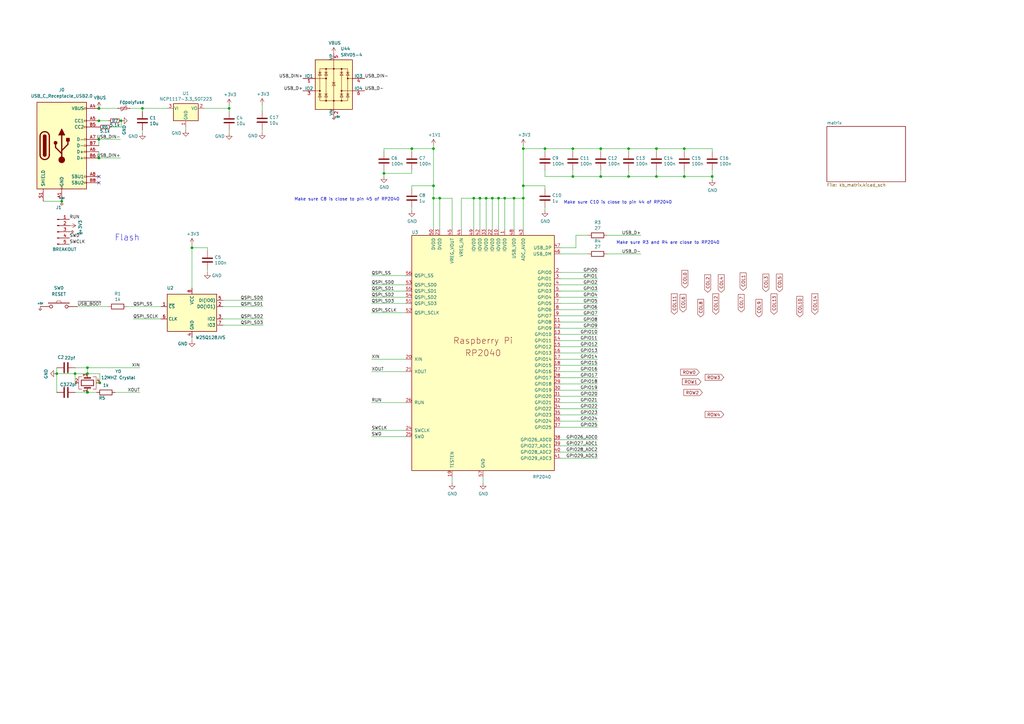
<source format=kicad_sch>
(kicad_sch (version 20211123) (generator eeschema)
  (paper "A3")
  (title_block (title "Rp2040 __template__") (date "2020-12-18") (rev "REV 0.1") (company "scattered_lenity"))
  (lib_symbols
    (symbol "Connector:Conn_01x05_Male" (pin_names (offset 1.016) hide)
      (property "Reference" "J" (at 0 7.62 0))
      (property "Value" "Conn_01x05_Male" (at 0 -7.62 0))
      (symbol "Conn_01x05_Male_1_1"
        (polyline (pts (xy 1.27 -5.08) (xy 0.8636 -5.08)) (stroke (width 0.1524)))
        (polyline (pts (xy 1.27 -2.54) (xy 0.8636 -2.54)) (stroke (width 0.1524)))
        (polyline (pts (xy 1.27 0) (xy 0.8636 0)) (stroke (width 0.1524)))
        (polyline (pts (xy 1.27 2.54) (xy 0.8636 2.54)) (stroke (width 0.1524)))
        (polyline (pts (xy 1.27 5.08) (xy 0.8636 5.08)) (stroke (width 0.1524)))
        (rectangle (start 0.8636 -4.953) (end 0 -5.207) (stroke (width 0.1524)) (fill (type outline)))
        (rectangle (start 0.8636 -2.413) (end 0 -2.667) (stroke (width 0.1524)) (fill (type outline)))
        (rectangle (start 0.8636 0.127) (end 0 -0.127) (stroke (width 0.1524)) (fill (type outline)))
        (rectangle (start 0.8636 2.667) (end 0 2.413) (stroke (width 0.1524)) (fill (type outline)))
        (rectangle (start 0.8636 5.207) (end 0 4.953) (stroke (width 0.1524)) (fill (type outline)))
        (pin passive line (at 5.08 5.08 180) (length 3.81) (name "Pin_1") (number "1"))
        (pin passive line (at 5.08 2.54 180) (length 3.81) (name "Pin_2") (number "2"))
        (pin passive line (at 5.08 0 180) (length 3.81) (name "Pin_3") (number "3"))
        (pin passive line (at 5.08 -2.54 180) (length 3.81) (name "Pin_4") (number "4"))
        (pin passive line (at 5.08 -5.08 180) (length 3.81) (name "Pin_5") (number "5"))
      )
    )
    (symbol "Connector:USB_C_Receptacle_USB2.0" (pin_names (offset 1.016))
      (property "Reference" "J" (at -10.16 19.05 0))
      (property "Value" "USB_C_Receptacle_USB2.0" (at 19.05 19.05 0))
      (symbol "USB_C_Receptacle_USB2.0_0_0"
        (rectangle (start -0.254 -17.78) (end 0.254 -16.764))
        (rectangle (start 10.16 -14.986) (end 9.144 -15.494))
        (rectangle (start 10.16 -12.446) (end 9.144 -12.954))
        (rectangle (start 10.16 -4.826) (end 9.144 -5.334))
        (rectangle (start 10.16 -2.286) (end 9.144 -2.794))
        (rectangle (start 10.16 0.254) (end 9.144 -0.254))
        (rectangle (start 10.16 2.794) (end 9.144 2.286))
        (rectangle (start 10.16 7.874) (end 9.144 7.366))
        (rectangle (start 10.16 10.414) (end 9.144 9.906))
        (rectangle (start 10.16 15.494) (end 9.144 14.986))
      )
      (symbol "USB_C_Receptacle_USB2.0_0_1"
        (rectangle (start -10.16 17.78) (end 10.16 -17.78) (stroke (width 0.254)) (fill (type background)))
        (arc (start -8.89 -3.81) (mid -6.985 -5.715) (end -5.08 -3.81) (stroke (width 0.508)))
        (arc (start -7.62 -3.81) (mid -6.985 -4.445) (end -6.35 -3.81) (stroke (width 0.254)))
        (arc (start -7.62 -3.81) (mid -6.985 -4.445) (end -6.35 -3.81) (stroke (width 0.254)) (fill (type outline)))
        (rectangle (start -7.62 -3.81) (end -6.35 3.81) (stroke (width 0.254)) (fill (type outline)))
        (arc (start -6.35 3.81) (mid -6.985 4.445) (end -7.62 3.81) (stroke (width 0.254)))
        (arc (start -6.35 3.81) (mid -6.985 4.445) (end -7.62 3.81) (stroke (width 0.254)) (fill (type outline)))
        (arc (start -5.08 3.81) (mid -6.985 5.715) (end -8.89 3.81) (stroke (width 0.508)))
        (circle (center -2.54 1.143) (radius 0.635) (stroke (width 0.254)) (fill (type outline)))
        (circle (center 0 -5.842) (radius 1.27) (fill (type outline)))
        (polyline (pts (xy -8.89 -3.81) (xy -8.89 3.81)) (stroke (width 0.508)))
        (polyline (pts (xy -5.08 3.81) (xy -5.08 -3.81)) (stroke (width 0.508)))
        (polyline (pts (xy 0 -5.842) (xy 0 4.318)) (stroke (width 0.508)))
        (polyline (pts (xy 0 -3.302) (xy -2.54 -0.762) (xy -2.54 0.508)) (stroke (width 0.508)))
        (polyline (pts (xy 0 -2.032) (xy 2.54 0.508) (xy 2.54 1.778)) (stroke (width 0.508)))
        (polyline (pts (xy -1.27 4.318) (xy 0 6.858) (xy 1.27 4.318) (xy -1.27 4.318)) (stroke (width 0.254)) (fill (type outline)))
        (rectangle (start 1.905 1.778) (end 3.175 3.048) (stroke (width 0.254)) (fill (type outline)))
      )
      (symbol "USB_C_Receptacle_USB2.0_1_1"
        (pin passive line (at 0 -22.86 90) (length 5.08) (name "GND") (number "A1"))
        (pin passive line (at 0 -22.86 90) (length 5.08) hide (name "GND") (number "A12"))
        (pin passive line (at 15.24 15.24 180) (length 5.08) (name "VBUS") (number "A4"))
        (pin bidirectional line (at 15.24 10.16 180) (length 5.08) (name "CC1") (number "A5"))
        (pin bidirectional line (at 15.24 -2.54 180) (length 5.08) (name "D+") (number "A6"))
        (pin bidirectional line (at 15.24 2.54 180) (length 5.08) (name "D-") (number "A7"))
        (pin bidirectional line (at 15.24 -12.7 180) (length 5.08) (name "SBU1") (number "A8"))
        (pin passive line (at 15.24 15.24 180) (length 5.08) hide (name "VBUS") (number "A9"))
        (pin passive line (at 0 -22.86 90) (length 5.08) hide (name "GND") (number "B1"))
        (pin passive line (at 0 -22.86 90) (length 5.08) hide (name "GND") (number "B12"))
        (pin passive line (at 15.24 15.24 180) (length 5.08) hide (name "VBUS") (number "B4"))
        (pin bidirectional line (at 15.24 7.62 180) (length 5.08) (name "CC2") (number "B5"))
        (pin bidirectional line (at 15.24 -5.08 180) (length 5.08) (name "D+") (number "B6"))
        (pin bidirectional line (at 15.24 0 180) (length 5.08) (name "D-") (number "B7"))
        (pin bidirectional line (at 15.24 -15.24 180) (length 5.08) (name "SBU2") (number "B8"))
        (pin passive line (at 15.24 15.24 180) (length 5.08) hide (name "VBUS") (number "B9"))
        (pin passive line (at -7.62 -22.86 90) (length 5.08) (name "SHIELD") (number "S1"))
      )
    )
    (symbol "Device:C" (pin_numbers hide) (pin_names (offset 0.254))
      (property "Reference" "C" (at 0.635 2.54 0))
      (property "Value" "C" (at 0.635 -2.54 0))
      (symbol "C_0_1"
        (polyline (pts (xy -2.032 -0.762) (xy 2.032 -0.762)) (stroke (width 0.508)))
        (polyline (pts (xy -2.032 0.762) (xy 2.032 0.762)) (stroke (width 0.508)))
      )
      (symbol "C_1_1"
        (pin passive line (at 0 3.81 270) (length 2.794) (name "~") (number "1"))
        (pin passive line (at 0 -3.81 90) (length 2.794) (name "~") (number "2"))
      )
    )
    (symbol "Device:Crystal_GND24" (pin_names (offset 1.016) hide)
      (property "Reference" "Y" (at 3.175 5.08 0))
      (property "Value" "Crystal_GND24" (at 3.175 3.175 0))
      (symbol "Crystal_GND24_0_1"
        (rectangle (start -1.143 2.54) (end 1.143 -2.54) (stroke (width 0.3048)))
        (polyline (pts (xy -2.54 0) (xy -2.032 0)))
        (polyline (pts (xy -2.032 -1.27) (xy -2.032 1.27)) (stroke (width 0.508)))
        (polyline (pts (xy 0 -3.81) (xy 0 -3.556)))
        (polyline (pts (xy 0 3.556) (xy 0 3.81)))
        (polyline (pts (xy 2.032 -1.27) (xy 2.032 1.27)) (stroke (width 0.508)))
        (polyline (pts (xy 2.032 0) (xy 2.54 0)))
        (polyline (pts (xy -2.54 -2.286) (xy -2.54 -3.556) (xy 2.54 -3.556) (xy 2.54 -2.286)))
        (polyline (pts (xy -2.54 2.286) (xy -2.54 3.556) (xy 2.54 3.556) (xy 2.54 2.286)))
      )
      (symbol "Crystal_GND24_1_1"
        (pin passive line (at -3.81 0 0) (length 1.27) (name "1") (number "1"))
        (pin passive line (at 0 5.08 270) (length 1.27) (name "2") (number "2"))
        (pin passive line (at 3.81 0 180) (length 1.27) (name "3") (number "3"))
        (pin passive line (at 0 -5.08 90) (length 1.27) (name "4") (number "4"))
      )
    )
    (symbol "Device:Polyfuse_Small" (pin_numbers hide) (pin_names (offset 0))
      (property "Reference" "F" (at -1.905 0 90))
      (property "Value" "Polyfuse_Small" (at 1.905 0 90))
      (symbol "Polyfuse_Small_0_1"
        (rectangle (start -0.508 1.27) (end 0.508 -1.27))
        (polyline (pts (xy 0 2.54) (xy 0 -2.54)))
        (polyline (pts (xy -1.016 1.27) (xy -1.016 0.762) (xy 1.016 -0.762) (xy 1.016 -1.27)))
      )
      (symbol "Polyfuse_Small_1_1"
        (pin passive line (at 0 2.54 270) (length 0.635) (name "~") (number "1"))
        (pin passive line (at 0 -2.54 90) (length 0.635) (name "~") (number "2"))
      )
    )
    (symbol "Device:R" (pin_numbers hide) (pin_names (offset 0))
      (property "Reference" "R" (at 2.032 0 90))
      (property "Value" "R" (at 0 0 90))
      (symbol "R_0_1"
        (rectangle (start -1.016 -2.54) (end 1.016 2.54) (stroke (width 0.254)))
      )
      (symbol "R_1_1"
        (pin passive line (at 0 3.81 270) (length 1.27) (name "~") (number "1"))
        (pin passive line (at 0 -3.81 90) (length 1.27) (name "~") (number "2"))
      )
    )
    (symbol "Device:R_Small" (pin_numbers hide) (pin_names (offset 0.254) hide)
      (property "Reference" "R" (at 0.762 0.508 0))
      (property "Value" "R_Small" (at 0.762 -1.016 0))
      (symbol "R_Small_0_1"
        (rectangle (start -0.762 1.778) (end 0.762 -1.778) (stroke (width 0.2032)))
      )
      (symbol "R_Small_1_1"
        (pin passive line (at 0 2.54 270) (length 0.762) (name "~") (number "1"))
        (pin passive line (at 0 -2.54 90) (length 0.762) (name "~") (number "2"))
      )
    )
    (symbol "MCU_RaspberryPi_RP2040:RP2040" (pin_names (offset 1.016))
      (property "Reference" "U" (at -29.21 49.53 0))
      (property "Value" "RP2040" (at 24.13 -49.53 0))
      (symbol "RP2040_0_0"
        (text "Raspberry Pi" (at 0 5.08 0) (effects (font (size 2.54 2.54))))
        (text "RP2040" (at 0 0 0) (effects (font (size 2.54 2.54))))
      )
      (symbol "RP2040_0_1"
        (rectangle (start 29.21 48.26) (end -29.21 -48.26) (stroke (width 0.254)) (fill (type background)))
      )
      (symbol "RP2040_1_1"
        (pin power_in line (at 8.89 50.8 270) (length 2.54) (name "IOVDD") (number "1"))
        (pin power_in line (at 6.35 50.8 270) (length 2.54) (name "IOVDD") (number "10"))
        (pin bidirectional line (at 31.75 12.7 180) (length 2.54) (name "GPIO8") (number "11"))
        (pin bidirectional line (at 31.75 10.16 180) (length 2.54) (name "GPIO9") (number "12"))
        (pin bidirectional line (at 31.75 7.62 180) (length 2.54) (name "GPIO10") (number "13"))
        (pin bidirectional line (at 31.75 5.08 180) (length 2.54) (name "GPIO11") (number "14"))
        (pin bidirectional line (at 31.75 2.54 180) (length 2.54) (name "GPIO12") (number "15"))
        (pin bidirectional line (at 31.75 0 180) (length 2.54) (name "GPIO13") (number "16"))
        (pin bidirectional line (at 31.75 -2.54 180) (length 2.54) (name "GPIO14") (number "17"))
        (pin bidirectional line (at 31.75 -5.08 180) (length 2.54) (name "GPIO15") (number "18"))
        (pin passive line (at -12.7 -50.8 90) (length 2.54) (name "TESTEN") (number "19"))
        (pin bidirectional line (at 31.75 33.02 180) (length 2.54) (name "GPIO0") (number "2"))
        (pin input line (at -31.75 -2.54 0) (length 2.54) (name "XIN") (number "20"))
        (pin passive line (at -31.75 -7.62 0) (length 2.54) (name "XOUT") (number "21"))
        (pin power_in line (at 3.81 50.8 270) (length 2.54) (name "IOVDD") (number "22"))
        (pin power_in line (at -17.78 50.8 270) (length 2.54) (name "DVDD") (number "23"))
        (pin output line (at -31.75 -31.75 0) (length 2.54) (name "SWCLK") (number "24"))
        (pin bidirectional line (at -31.75 -34.29 0) (length 2.54) (name "SWD") (number "25"))
        (pin input line (at -31.75 -20.32 0) (length 2.54) (name "RUN") (number "26"))
        (pin bidirectional line (at 31.75 -7.62 180) (length 2.54) (name "GPIO16") (number "27"))
        (pin bidirectional line (at 31.75 -10.16 180) (length 2.54) (name "GPIO17") (number "28"))
        (pin bidirectional line (at 31.75 -12.7 180) (length 2.54) (name "GPIO18") (number "29"))
        (pin bidirectional line (at 31.75 30.48 180) (length 2.54) (name "GPIO1") (number "3"))
        (pin bidirectional line (at 31.75 -15.24 180) (length 2.54) (name "GPIO19") (number "30"))
        (pin bidirectional line (at 31.75 -17.78 180) (length 2.54) (name "GPIO20") (number "31"))
        (pin bidirectional line (at 31.75 -20.32 180) (length 2.54) (name "GPIO21") (number "32"))
        (pin power_in line (at 1.27 50.8 270) (length 2.54) (name "IOVDD") (number "33"))
        (pin bidirectional line (at 31.75 -22.86 180) (length 2.54) (name "GPIO22") (number "34"))
        (pin bidirectional line (at 31.75 -25.4 180) (length 2.54) (name "GPIO23") (number "35"))
        (pin bidirectional line (at 31.75 -27.94 180) (length 2.54) (name "GPIO24") (number "36"))
        (pin bidirectional line (at 31.75 -30.48 180) (length 2.54) (name "GPIO25") (number "37"))
        (pin bidirectional line (at 31.75 -35.56 180) (length 2.54) (name "GPIO26_ADC0") (number "38"))
        (pin bidirectional line (at 31.75 -38.1 180) (length 2.54) (name "GPIO27_ADC1") (number "39"))
        (pin bidirectional line (at 31.75 27.94 180) (length 2.54) (name "GPIO2") (number "4"))
        (pin bidirectional line (at 31.75 -40.64 180) (length 2.54) (name "GPIO28_ADC2") (number "40"))
        (pin bidirectional line (at 31.75 -43.18 180) (length 2.54) (name "GPIO29_ADC3") (number "41"))
        (pin power_in line (at -1.27 50.8 270) (length 2.54) (name "IOVDD") (number "42"))
        (pin power_in line (at 16.51 50.8 270) (length 2.54) (name "ADC_AVDD") (number "43"))
        (pin power_in line (at -8.89 50.8 270) (length 2.54) (name "VREG_IN") (number "44"))
        (pin power_out line (at -12.7 50.8 270) (length 2.54) (name "VREG_VOUT") (number "45"))
        (pin bidirectional line (at 31.75 40.64 180) (length 2.54) (name "USB_DM") (number "46"))
        (pin bidirectional line (at 31.75 43.18 180) (length 2.54) (name "USB_DP") (number "47"))
        (pin power_in line (at 12.7 50.8 270) (length 2.54) (name "USB_VDD") (number "48"))
        (pin power_in line (at -3.81 50.8 270) (length 2.54) (name "IOVDD") (number "49"))
        (pin bidirectional line (at 31.75 25.4 180) (length 2.54) (name "GPIO3") (number "5"))
        (pin power_in line (at -20.32 50.8 270) (length 2.54) (name "DVDD") (number "50"))
        (pin bidirectional line (at -31.75 20.32 0) (length 2.54) (name "QSPI_SD3") (number "51"))
        (pin output line (at -31.75 16.51 0) (length 2.54) (name "QSPI_SCLK") (number "52"))
        (pin bidirectional line (at -31.75 27.94 0) (length 2.54) (name "QSPI_SD0") (number "53"))
        (pin bidirectional line (at -31.75 22.86 0) (length 2.54) (name "QSPI_SD2") (number "54"))
        (pin bidirectional line (at -31.75 25.4 0) (length 2.54) (name "QSPI_SD1") (number "55"))
        (pin bidirectional line (at -31.75 31.75 0) (length 2.54) (name "QSPI_SS") (number "56"))
        (pin power_in line (at 0 -50.8 90) (length 2.54) (name "GND") (number "57"))
        (pin bidirectional line (at 31.75 22.86 180) (length 2.54) (name "GPIO4") (number "6"))
        (pin bidirectional line (at 31.75 20.32 180) (length 2.54) (name "GPIO5") (number "7"))
        (pin bidirectional line (at 31.75 17.78 180) (length 2.54) (name "GPIO6") (number "8"))
        (pin bidirectional line (at 31.75 15.24 180) (length 2.54) (name "GPIO7") (number "9"))
      )
    )
    (symbol "Memory_Flash:W25Q128JVS"
      (property "Reference" "U" (at -8.89 8.89 0))
      (property "Value" "W25Q128JVS" (at 7.62 8.89 0))
      (symbol "W25Q128JVS_0_1"
        (rectangle (start -10.16 7.62) (end 10.16 -7.62) (stroke (width 0.254)) (fill (type background)))
      )
      (symbol "W25Q128JVS_1_1"
        (pin input line (at -12.7 2.54 0) (length 2.54) (name "~{CS}") (number "1"))
        (pin bidirectional line (at 12.7 2.54 180) (length 2.54) (name "DO(IO1)") (number "2"))
        (pin bidirectional line (at 12.7 -2.54 180) (length 2.54) (name "IO2") (number "3"))
        (pin power_in line (at 0 -10.16 90) (length 2.54) (name "GND") (number "4"))
        (pin bidirectional line (at 12.7 5.08 180) (length 2.54) (name "DI(IO0)") (number "5"))
        (pin input line (at -12.7 -2.54 0) (length 2.54) (name "CLK") (number "6"))
        (pin bidirectional line (at 12.7 -5.08 180) (length 2.54) (name "IO3") (number "7"))
        (pin power_in line (at 0 10.16 270) (length 2.54) (name "VCC") (number "8"))
      )
    )
    (symbol "Power_Protection:SRV05-4" (pin_names (offset 0))
      (property "Reference" "U" (at -5.08 11.43 0))
      (property "Value" "SRV05-4" (at 2.54 11.43 0))
      (symbol "SRV05-4_0_0"
        (rectangle (start -5.715 6.477) (end 5.715 -6.604))
        (polyline (pts (xy -3.175 -6.604) (xy -3.175 6.477)))
        (polyline (pts (xy 3.175 6.477) (xy 3.175 -6.604)))
      )
      (symbol "SRV05-4_0_1"
        (rectangle (start -7.62 10.16) (end 7.62 -10.16) (stroke (width 0.254)) (fill (type background)))
        (circle (center -5.715 -2.54) (radius 0.2794) (fill (type outline)))
        (circle (center -3.175 -6.604) (radius 0.2794) (fill (type outline)))
        (circle (center -3.175 2.54) (radius 0.2794) (fill (type outline)))
        (circle (center -3.175 6.477) (radius 0.2794) (fill (type outline)))
        (circle (center 0 -6.604) (radius 0.2794) (fill (type outline)))
        (polyline (pts (xy -7.747 2.54) (xy -3.175 2.54)))
        (polyline (pts (xy -7.62 -2.54) (xy -5.715 -2.54)))
        (polyline (pts (xy -5.08 -3.81) (xy -6.35 -3.81)))
        (polyline (pts (xy -5.08 5.08) (xy -6.35 5.08)))
        (polyline (pts (xy -2.54 -3.81) (xy -3.81 -3.81)))
        (polyline (pts (xy -2.54 5.08) (xy -3.81 5.08)))
        (polyline (pts (xy 0 10.16) (xy 0 -10.16)))
        (polyline (pts (xy 3.81 -3.81) (xy 2.54 -3.81)))
        (polyline (pts (xy 3.81 5.08) (xy 2.54 5.08)))
        (polyline (pts (xy 6.35 -3.81) (xy 5.08 -3.81)))
        (polyline (pts (xy 6.35 5.08) (xy 5.08 5.08)))
        (polyline (pts (xy 7.62 -2.54) (xy 3.175 -2.54)))
        (polyline (pts (xy 7.62 2.54) (xy 5.715 2.54)))
        (polyline (pts (xy 0.635 0.889) (xy -0.635 0.889) (xy -0.635 0.635)))
        (polyline (pts (xy -5.08 -5.08) (xy -6.35 -5.08) (xy -5.715 -3.81) (xy -5.08 -5.08)))
        (polyline (pts (xy -5.08 3.81) (xy -6.35 3.81) (xy -5.715 5.08) (xy -5.08 3.81)))
        (polyline (pts (xy -2.54 -5.08) (xy -3.81 -5.08) (xy -3.175 -3.81) (xy -2.54 -5.08)))
        (polyline (pts (xy -2.54 3.81) (xy -3.81 3.81) (xy -3.175 5.08) (xy -2.54 3.81)))
        (polyline (pts (xy 0.635 -0.381) (xy -0.635 -0.381) (xy 0 0.889) (xy 0.635 -0.381)))
        (polyline (pts (xy 3.81 -5.08) (xy 2.54 -5.08) (xy 3.175 -3.81) (xy 3.81 -5.08)))
        (polyline (pts (xy 3.81 3.81) (xy 2.54 3.81) (xy 3.175 5.08) (xy 3.81 3.81)))
        (polyline (pts (xy 6.35 -5.08) (xy 5.08 -5.08) (xy 5.715 -3.81) (xy 6.35 -5.08)))
        (polyline (pts (xy 6.35 3.81) (xy 5.08 3.81) (xy 5.715 5.08) (xy 6.35 3.81)))
        (circle (center 0 6.477) (radius 0.2794) (fill (type outline)))
        (circle (center 3.175 -6.604) (radius 0.2794) (fill (type outline)))
        (circle (center 3.175 -2.54) (radius 0.2794) (fill (type outline)))
        (circle (center 3.175 6.477) (radius 0.2794) (fill (type outline)))
        (circle (center 5.715 2.54) (radius 0.2794) (fill (type outline)))
      )
      (symbol "SRV05-4_1_1"
        (pin passive line (at -12.7 2.54 0) (length 5.08) (name "IO1") (number "1"))
        (pin passive line (at 0 -12.7 90) (length 2.54) (name "VN") (number "2"))
        (pin passive line (at -12.7 -2.54 0) (length 5.08) (name "IO2") (number "3"))
        (pin passive line (at 12.7 2.54 180) (length 5.08) (name "IO3") (number "4"))
        (pin passive line (at 0 12.7 270) (length 2.54) (name "VP") (number "5"))
        (pin passive line (at 12.7 -2.54 180) (length 5.08) (name "IO4") (number "6"))
      )
    )
    (symbol "Regulator_Linear:NCP1117-3.3_SOT223" (pin_names (offset 0.254))
      (property "Reference" "U" (at -3.81 3.175 0))
      (property "Value" "NCP1117-3.3_SOT223" (at 0 3.175 0))
      (symbol "NCP1117-3.3_SOT223_0_1"
        (rectangle (start -5.08 -5.08) (end 5.08 1.905) (stroke (width 0.254)) (fill (type background)))
      )
      (symbol "NCP1117-3.3_SOT223_1_1"
        (pin power_in line (at 0 -7.62 90) (length 2.54) (name "GND") (number "1"))
        (pin power_out line (at 7.62 0 180) (length 2.54) (name "VO") (number "2"))
        (pin power_in line (at -7.62 0 0) (length 2.54) (name "VI") (number "3"))
      )
    )
    (symbol "cipulot_parts:SW_PUSH" (pin_numbers hide) (pin_names (offset 1.016) hide)
      (property "Reference" "SW" (at 3.81 2.794 0))
      (property "Value" "SW_PUSH" (at 0 -2.032 0))
      (symbol "SW_PUSH_0_1"
        (rectangle (start -4.318 1.27) (end 4.318 1.524))
        (polyline (pts (xy -1.016 1.524) (xy -0.762 2.286) (xy 0.762 2.286) (xy 1.016 1.524)))
        (pin passive inverted (at -7.62 0 0) (length 5.08) (name "1") (number "1"))
        (pin passive inverted (at 7.62 0 180) (length 5.08) (name "2") (number "2"))
      )
    )
    (symbol "keyboard_parts:GND" (power) (pin_names (offset 0))
      (property "Value" "GND" (at 0 -2.54 0))
      (symbol "GND_0_0"
        (pin power_in line (at 0 0 90) (length 0) hide (name "+5V") (number "1"))
      )
      (symbol "GND_0_1"
        (polyline (pts (xy 0 -1.651) (xy 0.635 -1.016) (xy -0.635 -1.016) (xy 0 -1.651)))
      )
      (symbol "GND_1_1"
        (polyline (pts (xy 0 0) (xy 0 -1.016) (xy 0 -1.016)))
      )
    )
    (symbol "power:+1V1" (power) (pin_names (offset 0))
      (property "Value" "+1V1" (at 0 3.556 0))
      (symbol "+1V1_0_1"
        (polyline (pts (xy -0.762 1.27) (xy 0 2.54)))
        (polyline (pts (xy 0 0) (xy 0 2.54)))
        (polyline (pts (xy 0 2.54) (xy 0.762 1.27)))
      )
      (symbol "+1V1_1_1"
        (pin power_in line (at 0 0 90) (length 0) hide (name "+1V1") (number "1"))
      )
    )
    (symbol "power:+3V3" (power) (pin_names (offset 0))
      (property "Value" "+3V3" (at 0 3.556 0))
      (symbol "+3V3_0_1"
        (polyline (pts (xy -0.762 1.27) (xy 0 2.54)))
        (polyline (pts (xy 0 0) (xy 0 2.54)))
        (polyline (pts (xy 0 2.54) (xy 0.762 1.27)))
      )
      (symbol "+3V3_1_1"
        (pin power_in line (at 0 0 90) (length 0) hide (name "+3V3") (number "1"))
      )
    )
    (symbol "power:GND" (power) (pin_names (offset 0))
      (property "Value" "GND" (at 0 -3.81 0))
      (symbol "GND_0_1"
        (polyline (pts (xy 0 0) (xy 0 -1.27) (xy 1.27 -1.27) (xy 0 -2.54) (xy -1.27 -1.27) (xy 0 -1.27)))
      )
      (symbol "GND_1_1"
        (pin power_in line (at 0 0 270) (length 0) hide (name "GND") (number "1"))
      )
    )
    (symbol "power:VBUS" (power) (pin_names (offset 0))
      (property "Value" "VBUS" (at 0 3.81 0))
      (symbol "VBUS_0_1"
        (polyline (pts (xy -0.762 1.27) (xy 0 2.54)))
        (polyline (pts (xy 0 0) (xy 0 2.54)))
        (polyline (pts (xy 0 2.54) (xy 0.762 1.27)))
      )
      (symbol "VBUS_1_1"
        (pin power_in line (at 0 0 90) (length 0) hide (name "VBUS") (number "1"))
      )
    )
  )
  (junction (at 214.63 76.2))
  (junction (at 25.3238 82.5754))
  (junction (at 40.5892 44.4754))
  (junction (at 246.38 72.39))
  (junction (at 194.31 81.28))
  (junction (at 196.85 81.28))
  (junction (at 40.5638 57.1754))
  (junction (at 78.74 101.6))
  (junction (at 199.39 81.28))
  (junction (at 23.2664 153.2382))
  (junction (at 35.8648 150.7998))
  (junction (at 49.657 49.5046))
  (junction (at 40.5638 49.5554))
  (junction (at 210.82 81.28))
  (junction (at 280.67 72.39))
  (junction (at 40.5638 64.7954))
  (junction (at 40.9448 157.0482))
  (junction (at 246.38 60.96))
  (junction (at 201.93 81.28))
  (junction (at 177.8 60.96))
  (junction (at 292.1 72.39))
  (junction (at 177.8 81.28))
  (junction (at 168.91 60.96))
  (junction (at 30.7848 153.2382))
  (junction (at 257.81 60.96))
  (junction (at 157.48 71.12))
  (junction (at 269.24 72.39))
  (junction (at 35.8648 160.9598))
  (junction (at 180.34 81.28))
  (junction (at 40.5638 44.4754))
  (junction (at 207.01 81.28))
  (junction (at 35.8648 153.2382))
  (junction (at 214.63 81.28))
  (junction (at 177.8 76.2))
  (junction (at 269.24 60.96))
  (junction (at 214.63 60.96))
  (junction (at 58.42 44.45))
  (junction (at 280.67 60.96))
  (junction (at 35.8648 160.8582))
  (junction (at 257.81 72.39))
  (junction (at 93.98 44.45))
  (junction (at 223.52 60.96))
  (junction (at 234.95 72.39))
  (junction (at 204.47 81.28))
  (junction (at 234.95 60.96))
  (no_connect (at 40.5638 74.9554))
  (no_connect (at 40.5638 72.4154))
  (wire (pts (xy 166.37 176.53) (xy 152.4 176.53)))
  (wire (pts (xy 152.4 121.92) (xy 166.37 121.92)))
  (wire (pts (xy 229.87 139.7) (xy 245.11 139.7)))
  (wire (pts (xy 229.87 119.38) (xy 245.11 119.38)))
  (wire (pts (xy 207.01 81.28) (xy 210.82 81.28)))
  (wire (pts (xy 234.95 62.23) (xy 234.95 60.96)))
  (wire (pts (xy 85.09 101.6) (xy 78.74 101.6)))
  (wire (pts (xy 229.87 114.3) (xy 245.11 114.3)))
  (wire (pts (xy 30.8864 160.9598) (xy 35.8648 160.9598)))
  (wire (pts (xy 280.67 60.96) (xy 292.1 60.96)))
  (wire (pts (xy 83.82 44.45) (xy 93.98 44.45)))
  (wire (pts (xy 280.67 72.39) (xy 269.24 72.39)))
  (wire (pts (xy 185.42 81.28) (xy 180.34 81.28)))
  (wire (pts (xy 152.4 116.84) (xy 166.37 116.84)))
  (wire (pts (xy 91.44 130.81) (xy 107.95 130.81)))
  (wire (pts (xy 40.513 64.7954) (xy 40.5638 64.7954)))
  (wire (pts (xy 152.4 119.38) (xy 166.37 119.38)))
  (wire (pts (xy 292.1 69.85) (xy 292.1 72.39)))
  (wire (pts (xy 280.67 69.85) (xy 280.67 72.39)))
  (wire (pts (xy 78.74 100.33) (xy 78.74 101.6)))
  (wire (pts (xy 204.47 93.98) (xy 204.47 81.28)))
  (wire (pts (xy 201.93 81.28) (xy 204.47 81.28)))
  (wire (pts (xy 168.91 77.47) (xy 168.91 76.2)))
  (wire (pts (xy 40.5384 57.1754) (xy 40.5638 57.1754)))
  (wire (pts (xy 49.6824 49.5046) (xy 49.657 49.5046)))
  (wire (pts (xy 68.58 44.45) (xy 58.42 44.45)))
  (wire (pts (xy 177.8 59.69) (xy 177.8 60.96)))
  (wire (pts (xy 185.42 195.58) (xy 185.42 198.12)))
  (wire (pts (xy 229.87 142.24) (xy 245.11 142.24)))
  (wire (pts (xy 223.52 69.85) (xy 223.52 72.39)))
  (wire (pts (xy 229.87 180.34) (xy 245.11 180.34)))
  (wire (pts (xy 23.2664 150.7998) (xy 23.2664 153.2382)))
  (wire (pts (xy 180.34 93.98) (xy 180.34 81.28)))
  (wire (pts (xy 229.87 187.96) (xy 245.11 187.96)))
  (wire (pts (xy 229.87 132.08) (xy 245.11 132.08)))
  (wire (pts (xy 40.5638 49.5046) (xy 40.5638 49.5554)))
  (wire (pts (xy 214.63 76.2) (xy 223.52 76.2)))
  (wire (pts (xy 40.9448 157.0482) (xy 40.9702 157.0482)))
  (wire (pts (xy 44.45 125.73) (xy 31.75 125.73)))
  (wire (pts (xy 214.63 59.69) (xy 214.63 60.96)))
  (wire (pts (xy 269.24 69.85) (xy 269.24 72.39)))
  (wire (pts (xy 35.8648 160.8582) (xy 35.8648 160.9598)))
  (wire (pts (xy 40.5638 62.2554) (xy 40.5638 64.7954)))
  (wire (pts (xy 198.12 195.58) (xy 198.12 198.12)))
  (wire (pts (xy 229.87 101.6) (xy 236.22 101.6)))
  (wire (pts (xy 229.87 127) (xy 245.11 127)))
  (wire (pts (xy 107.5182 53.1368) (xy 107.5182 54.4068)))
  (wire (pts (xy 223.52 60.96) (xy 234.95 60.96)))
  (wire (pts (xy 229.87 162.56) (xy 245.11 162.56)))
  (wire (pts (xy 229.87 129.54) (xy 245.11 129.54)))
  (wire (pts (xy 229.87 182.88) (xy 245.11 182.88)))
  (wire (pts (xy 30.7848 153.2382) (xy 35.8648 153.2382)))
  (wire (pts (xy 91.44 125.73) (xy 107.95 125.73)))
  (wire (pts (xy 229.87 104.14) (xy 241.3 104.14)))
  (wire (pts (xy 229.87 185.42) (xy 245.11 185.42)))
  (wire (pts (xy 214.63 81.28) (xy 214.63 93.98)))
  (wire (pts (xy 30.7848 157.0482) (xy 30.7848 153.2382)))
  (wire (pts (xy 85.09 110.49) (xy 85.09 111.76)))
  (wire (pts (xy 35.8648 150.7998) (xy 57.404 150.7998)))
  (wire (pts (xy 45.6438 52.0954) (xy 49.6824 52.0954)))
  (wire (pts (xy 185.42 93.98) (xy 185.42 81.28)))
  (wire (pts (xy 269.24 62.23) (xy 269.24 60.96)))
  (wire (pts (xy 229.87 152.4) (xy 245.11 152.4)))
  (wire (pts (xy 234.95 69.85) (xy 234.95 72.39)))
  (wire (pts (xy 269.24 60.96) (xy 280.67 60.96)))
  (wire (pts (xy 78.74 101.6) (xy 78.74 118.11)))
  (wire (pts (xy 168.91 60.96) (xy 177.8 60.96)))
  (wire (pts (xy 157.48 60.96) (xy 168.91 60.96)))
  (wire (pts (xy 246.38 72.39) (xy 234.95 72.39)))
  (wire (pts (xy 229.87 160.02) (xy 245.11 160.02)))
  (wire (pts (xy 292.1 62.23) (xy 292.1 60.96)))
  (wire (pts (xy 234.95 60.96) (xy 246.38 60.96)))
  (wire (pts (xy 177.8 81.28) (xy 177.8 93.98)))
  (wire (pts (xy 194.31 93.98) (xy 194.31 81.28)))
  (wire (pts (xy 229.87 167.64) (xy 245.11 167.64)))
  (wire (pts (xy 35.8648 153.2382) (xy 40.9702 153.2382)))
  (wire (pts (xy 207.01 81.28) (xy 207.01 93.98)))
  (wire (pts (xy 85.09 102.87) (xy 85.09 101.6)))
  (wire (pts (xy 166.37 179.07) (xy 152.4 179.07)))
  (wire (pts (xy 76.2 52.07) (xy 76.2 53.34)))
  (wire (pts (xy 196.85 81.28) (xy 199.39 81.28)))
  (wire (pts (xy 229.87 121.92) (xy 245.11 121.92)))
  (wire (pts (xy 17.7038 82.5754) (xy 25.3238 82.5754)))
  (wire (pts (xy 47.244 160.9598) (xy 57.404 160.9598)))
  (wire (pts (xy 40.5638 57.1754) (xy 49.4284 57.1754)))
  (wire (pts (xy 280.67 62.23) (xy 280.67 60.96)))
  (wire (pts (xy 229.87 116.84) (xy 245.11 116.84)))
  (wire (pts (xy 35.8648 160.9598) (xy 39.624 160.9598)))
  (wire (pts (xy 54.61 130.81) (xy 66.04 130.81)))
  (wire (pts (xy 107.5182 42.9768) (xy 107.5182 45.5168)))
  (wire (pts (xy 223.52 62.23) (xy 223.52 60.96)))
  (wire (pts (xy 229.87 124.46) (xy 245.11 124.46)))
  (wire (pts (xy 168.91 71.12) (xy 168.91 69.85)))
  (wire (pts (xy 223.52 77.47) (xy 223.52 76.2)))
  (wire (pts (xy 236.22 96.52) (xy 236.22 101.6)))
  (wire (pts (xy 246.38 69.85) (xy 246.38 72.39)))
  (wire (pts (xy 40.64 44.45) (xy 48.26 44.45)))
  (wire (pts (xy 40.5638 57.1754) (xy 40.5638 59.7154)))
  (wire (pts (xy 257.81 60.96) (xy 269.24 60.96)))
  (wire (pts (xy 199.39 81.28) (xy 201.93 81.28)))
  (wire (pts (xy 229.87 172.72) (xy 245.11 172.72)))
  (wire (pts (xy 23.2664 153.2382) (xy 30.7848 153.2382)))
  (wire (pts (xy 214.63 76.2) (xy 214.63 81.28)))
  (wire (pts (xy 246.38 60.96) (xy 257.81 60.96)))
  (wire (pts (xy 166.37 152.4) (xy 152.4 152.4)))
  (wire (pts (xy 157.48 71.12) (xy 168.91 71.12)))
  (wire (pts (xy 40.9702 153.2382) (xy 40.9702 157.0482)))
  (wire (pts (xy 52.07 125.73) (xy 66.04 125.73)))
  (wire (pts (xy 257.81 62.23) (xy 257.81 60.96)))
  (wire (pts (xy 292.1 72.39) (xy 292.1 73.66)))
  (wire (pts (xy 246.38 62.23) (xy 246.38 60.96)))
  (wire (pts (xy 229.87 157.48) (xy 245.11 157.48)))
  (wire (pts (xy 269.24 72.39) (xy 257.81 72.39)))
  (wire (pts (xy 248.92 96.52) (xy 262.89 96.52)))
  (wire (pts (xy 44.577 49.5046) (xy 40.5638 49.5046)))
  (wire (pts (xy 93.98 44.45) (xy 93.98 43.18)))
  (wire (pts (xy 196.85 93.98) (xy 196.85 81.28)))
  (wire (pts (xy 93.98 53.34) (xy 93.98 54.61)))
  (wire (pts (xy 93.98 45.72) (xy 93.98 44.45)))
  (wire (pts (xy 58.42 45.72) (xy 58.42 44.45)))
  (wire (pts (xy 23.2664 153.2382) (xy 23.2664 160.9598)))
  (wire (pts (xy 157.48 62.23) (xy 157.48 60.96)))
  (wire (pts (xy 210.82 93.98) (xy 210.82 81.28)))
  (wire (pts (xy 177.8 76.2) (xy 177.8 81.28)))
  (wire (pts (xy 229.87 175.26) (xy 245.11 175.26)))
  (wire (pts (xy 91.44 133.35) (xy 107.95 133.35)))
  (wire (pts (xy 157.48 69.85) (xy 157.48 71.12)))
  (wire (pts (xy 78.74 138.43) (xy 78.74 139.7)))
  (wire (pts (xy 166.37 165.1) (xy 152.4 165.1)))
  (wire (pts (xy 280.67 72.39) (xy 292.1 72.39)))
  (wire (pts (xy 189.23 93.98) (xy 189.23 81.28)))
  (wire (pts (xy 53.34 44.45) (xy 58.42 44.45)))
  (wire (pts (xy 229.87 147.32) (xy 245.11 147.32)))
  (wire (pts (xy 229.87 134.62) (xy 245.11 134.62)))
  (wire (pts (xy 229.87 154.94) (xy 245.11 154.94)))
  (wire (pts (xy 201.93 93.98) (xy 201.93 81.28)))
  (wire (pts (xy 199.39 93.98) (xy 199.39 81.28)))
  (wire (pts (xy 214.63 60.96) (xy 214.63 76.2)))
  (wire (pts (xy 189.23 81.28) (xy 194.31 81.28)))
  (wire (pts (xy 229.87 144.78) (xy 245.11 144.78)))
  (wire (pts (xy 229.87 137.16) (xy 245.11 137.16)))
  (wire (pts (xy 168.91 85.09) (xy 168.91 86.36)))
  (wire (pts (xy 168.91 62.23) (xy 168.91 60.96)))
  (wire (pts (xy 49.6824 52.0954) (xy 49.6824 49.5046)))
  (wire (pts (xy 40.5638 64.7954) (xy 49.403 64.7954)))
  (wire (pts (xy 257.81 69.85) (xy 257.81 72.39)))
  (wire (pts (xy 152.4 124.46) (xy 166.37 124.46)))
  (wire (pts (xy 229.87 170.18) (xy 245.11 170.18)))
  (wire (pts (xy 229.87 165.1) (xy 245.11 165.1)))
  (wire (pts (xy 210.82 81.28) (xy 214.63 81.28)))
  (wire (pts (xy 157.48 71.12) (xy 157.48 72.39)))
  (wire (pts (xy 257.81 72.39) (xy 246.38 72.39)))
  (wire (pts (xy 35.8648 150.7998) (xy 35.8648 153.2382)))
  (wire (pts (xy 229.87 111.76) (xy 245.11 111.76)))
  (wire (pts (xy 214.63 60.96) (xy 223.52 60.96)))
  (wire (pts (xy 30.8864 150.7998) (xy 35.8648 150.7998)))
  (wire (pts (xy 168.91 76.2) (xy 177.8 76.2)))
  (wire (pts (xy 166.37 113.03) (xy 152.4 113.03)))
  (wire (pts (xy 152.4 147.32) (xy 166.37 147.32)))
  (wire (pts (xy 204.47 81.28) (xy 207.01 81.28)))
  (wire (pts (xy 177.8 60.96) (xy 177.8 76.2)))
  (wire (pts (xy 58.42 53.34) (xy 58.42 54.61)))
  (wire (pts (xy 234.95 72.39) (xy 223.52 72.39)))
  (wire (pts (xy 91.44 123.19) (xy 107.95 123.19)))
  (wire (pts (xy 166.37 128.27) (xy 152.4 128.27)))
  (wire (pts (xy 194.31 81.28) (xy 196.85 81.28)))
  (wire (pts (xy 229.87 149.86) (xy 245.11 149.86)))
  (wire (pts (xy 236.22 96.52) (xy 241.3 96.52)))
  (wire (pts (xy 223.52 85.09) (xy 223.52 86.36)))
  (wire (pts (xy 248.92 104.14) (xy 262.89 104.14)))
  (wire (pts (xy 180.34 81.28) (xy 177.8 81.28)))
  (text "Make sure C8 is close to pin 45 of RP2040" (at 120.65 82.55 0) (effects (font (size 1.27 1.27)) (justify left bottom)))
  (text "Make sure R3 and R4 are close to RP2040" (at 252.73 100.33 0) (effects (font (size 1.27 1.27)) (justify left bottom)))
  (text "Flash" (at 46.99 99.06 0) (effects (font (size 2.54 2.54)) (justify left bottom)))
  (text "Make sure C10 is close to pin 44 of RP2040" (at 231.14 83.82 0) (effects (font (size 1.27 1.27)) (justify left bottom)))
  (label "RUN" (at 28.5242 89.9922 0))
  (label "QSPI_SD2" (at 107.95 130.81 180))
  (label "GPIO18" (at 245.11 157.48 180))
  (label "XIN" (at 152.4 147.32 0))
  (label "QSPI_SS" (at 54.61 125.73 0))
  (label "GPIO24" (at 245.11 172.72 180))
  (label "RUN" (at 152.4 165.1 0))
  (label "USB_DIN+" (at 124.206 32.1818 180))
  (label "GPIO5" (at 245.11 124.46 180))
  (label "SWD" (at 28.5242 97.6122 0))
  (label "GPIO23" (at 245.11 170.18 180))
  (label "USB_D+" (at 124.206 37.2618 180))
  (label "~{USB_BOOT}" (at 31.75 125.73 0))
  (label "GPIO22" (at 245.11 167.64 180))
  (label "GPIO1" (at 245.11 114.3 180))
  (label "GPIO7" (at 245.11 129.54 180))
  (label "GPIO9" (at 245.11 134.62 180))
  (label "GPIO6" (at 245.11 127 180))
  (label "GPIO27_ADC1" (at 245.11 182.88 180))
  (label "GPIO3" (at 245.11 119.38 180))
  (label "XIN" (at 57.404 150.7998 180))
  (label "QSPI_SS" (at 152.4 113.03 0))
  (label "QSPI_SCLK" (at 54.61 130.81 0))
  (label "GPIO12" (at 245.11 142.24 180))
  (label "XOUT" (at 57.404 160.9598 180))
  (label "GPIO19" (at 245.11 160.02 180))
  (label "GPIO17" (at 245.11 154.94 180))
  (label "GPIO10" (at 245.11 137.16 180))
  (label "GPIO13" (at 245.11 144.78 180))
  (label "GPIO16" (at 245.11 152.4 180))
  (label "QSPI_SD1" (at 152.4 119.38 0))
  (label "SWD" (at 152.4 179.07 0))
  (label "XOUT" (at 152.4 152.4 0))
  (label "USB_DIN-" (at 149.606 32.1818 0))
  (label "QSPI_SD0" (at 152.4 116.84 0))
  (label "GPIO4" (at 245.11 121.92 180))
  (label "USB_DIN-" (at 49.4284 57.1754 180))
  (label "USB_D+" (at 262.89 96.52 180))
  (label "QSPI_SD3" (at 152.4 124.46 0))
  (label "GPIO25" (at 245.11 175.26 180))
  (label "QSPI_SD0" (at 107.95 123.19 180))
  (label "GPIO0" (at 245.11 111.76 180))
  (label "GPIO11" (at 245.11 139.7 180))
  (label "GPIO2" (at 245.11 116.84 180))
  (label "GPIO28_ADC2" (at 245.11 185.42 180))
  (label "USB_D-" (at 262.89 104.14 180))
  (label "GPIO14" (at 245.11 147.32 180))
  (label "GPIO26_ADC0" (at 245.11 180.34 180))
  (label "USB_DIN+" (at 49.403 64.7954 180))
  (label "USB_D-" (at 149.606 37.2618 0))
  (label "QSPI_SD1" (at 107.95 125.73 180))
  (label "QSPI_SD3" (at 107.95 133.35 180))
  (label "QSPI_SCLK" (at 152.4 128.27 0))
  (label "SWCLK" (at 152.4 176.53 0))
  (label "GPIO8" (at 245.11 132.08 180))
  (label "GPIO21" (at 245.11 165.1 180))
  (label "GPIO15" (at 245.11 149.86 180))
  (label "QSPI_SD2" (at 152.4 121.92 0))
  (label "GPIO20" (at 245.11 162.56 180))
  (label "SWCLK" (at 28.5242 100.1522 0))
  (label "GPIO29_ADC3" (at 245.11 187.96 180))
  (global_label "COL2" (shape input) (at 290.2458 119.9134 90) (property "Intersheet References" "${INTERSHEET_REFS}" (effects hide)))
  (global_label "COL3" (shape input) (at 314.1218 119.6594 90) (property "Intersheet References" "${INTERSHEET_REFS}" (effects hide)))
  (global_label "COL4" (shape input) (at 295.8084 119.9134 90) (property "Intersheet References" "${INTERSHEET_REFS}" (effects hide)))
  (global_label "COL7" (shape input) (at 304.0126 128.016 90) (property "Intersheet References" "${INTERSHEET_REFS}" (effects hide)))
  (global_label "ROW3" (shape input) (at 296.8752 154.7622 180) (property "Intersheet References" "${INTERSHEET_REFS}" (effects hide)))
  (global_label "COL1" (shape input) (at 304.7746 119.1514 90) (property "Intersheet References" "${INTERSHEET_REFS}" (effects hide)))
  (global_label "COL13" (shape input) (at 317.4492 128.9558 90) (property "Intersheet References" "${INTERSHEET_REFS}" (effects hide)))
  (global_label "ROW0" (shape input) (at 286.8168 152.654 180) (property "Intersheet References" "${INTERSHEET_REFS}" (effects hide)))
  (global_label "COL6" (shape input) (at 280.1366 128.016 90) (property "Intersheet References" "${INTERSHEET_REFS}" (effects hide)))
  (global_label "COL5" (shape input) (at 319.6844 119.6594 90) (property "Intersheet References" "${INTERSHEET_REFS}" (effects hide)))
  (global_label "ROW1" (shape input) (at 287.528 156.591 180) (property "Intersheet References" "${INTERSHEET_REFS}" (effects hide)))
  (global_label "COL12" (shape input) (at 293.5732 128.9558 90) (property "Intersheet References" "${INTERSHEET_REFS}" (effects hide)))
  (global_label "COL8" (shape input) (at 287.401 130.0226 90) (property "Intersheet References" "${INTERSHEET_REFS}" (effects hide)))
  (global_label "COL11" (shape input) (at 276.5552 128.9558 90) (property "Intersheet References" "${INTERSHEET_REFS}" (effects hide)))
  (global_label "ROW2" (shape input) (at 288.1122 160.9852 180) (property "Intersheet References" "${INTERSHEET_REFS}" (effects hide)))
  (global_label "COL0" (shape input) (at 280.8986 118.1354 90) (property "Intersheet References" "${INTERSHEET_REFS}" (effects hide)))
  (global_label "COL14" (shape input) (at 334.2132 128.9558 90) (property "Intersheet References" "${INTERSHEET_REFS}" (effects hide)))
  (global_label "COL10" (shape input) (at 328.041 130.0226 90) (property "Intersheet References" "${INTERSHEET_REFS}" (effects hide)))
  (global_label "ROW4" (shape input) (at 296.8752 170.0022 180) (property "Intersheet References" "${INTERSHEET_REFS}" (effects hide)))
  (global_label "COL9" (shape input) (at 311.277 130.0226 90) (property "Intersheet References" "${INTERSHEET_REFS}" (effects hide)))
  (symbol (lib_id "MCU_RaspberryPi_RP2040:RP2040") (at 198.12 144.78 0) (unit 1)
    (property "Reference" "U3" (at 170.18 95.25 0))
    (property "Value" "RP2040" (at 222.25 195.58 0))
    (property "Footprint" "RP2040_minimal:RP2040-QFN-56" (effects hide))
    (property "LCSC" "C2040" (effects hide))
  )
  (symbol (lib_id "Device:C") (at 27.0764 150.7998 270) (unit 1)
    (property "Reference" "C2" (at 23.5712 146.5326 90) (effects (justify left)))
    (property "Value" "22pf" (at 26.416 146.7866 90) (effects (justify left)))
    (property "Footprint" "Capacitor_SMD:C_0805_2012Metric" (effects hide))
    (property "LCSC" "C1804" (effects hide))
  )
  (symbol (lib_id "Device:C") (at 27.0764 160.9598 270) (unit 1)
    (property "Reference" "C3" (at 24.5618 157.7594 90) (effects (justify left)))
    (property "Value" "22pf" (at 27.1018 157.6578 90) (effects (justify left)))
    (property "Footprint" "Capacitor_SMD:C_0805_2012Metric" (effects hide))
    (property "LCSC" "C1804" (effects hide))
  )
  (symbol (lib_id "power:GND") (at 23.2664 153.2382 270) (unit 1)
    (property "Reference" "#PWR06" (effects hide))
    (property "Value" "GND" (at 18.8722 153.3652 0))
  )
  (symbol (lib_id "Memory_Flash:W25Q128JVS") (at 78.74 128.27 0) (unit 1)
    (property "Reference" "U2" (at 69.85 118.11 0))
    (property "Value" "W25Q128JVS" (at 86.36 138.43 0))
    (property "Footprint" "Package_SO:SOIC-8_5.23x5.23mm_P1.27mm" (effects hide))
    (property "Datasheet" "http://www.winbond.com/resource-files/w25q128jv_dtr%20revc%2003272018%20plus.pdf" (effects hide))
    (property "LCSC" "C97521" (effects hide))
  )
  (symbol (lib_id "power:+3V3") (at 78.74 100.33 0) (unit 1)
    (property "Reference" "#PWR07" (effects hide))
    (property "Value" "+3V3" (at 79.121 95.9358 0))
  )
  (symbol (lib_id "power:GND") (at 78.74 139.7 0) (unit 1)
    (property "Reference" "#PWR08" (effects hide))
    (property "Value" "GND" (at 74.93 140.97 0))
  )
  (symbol (lib_id "Device:R") (at 48.26 125.73 270) (unit 1)
    (property "Reference" "R1" (at 48.26 120.4722 90))
    (property "Value" "1k" (at 48.26 122.7836 90))
    (property "Footprint" "Resistor_SMD:R_0805_2012Metric" (effects hide))
    (property "LCSC" "C11702" (effects hide))
  )
  (symbol (lib_id "Device:C") (at 85.09 106.68 0) (unit 1)
    (property "Reference" "C5" (at 88.011 105.5116 0) (effects (justify left)))
    (property "Value" "100n" (at 88.011 107.823 0) (effects (justify left)))
    (property "Footprint" "Capacitor_SMD:C_0805_2012Metric" (effects hide))
    (property "LCSC" "C49678" (effects hide))
  )
  (symbol (lib_id "power:GND") (at 85.09 111.76 0) (unit 1)
    (property "Reference" "#PWR011" (effects hide))
    (property "Value" "GND" (at 88.9 113.03 0))
  )
  (symbol (lib_id "power:GND") (at 198.12 198.12 0) (unit 1)
    (property "Reference" "#PWR016" (effects hide))
    (property "Value" "GND" (at 198.247 202.5142 0))
  )
  (symbol (lib_id "power:GND") (at 185.42 198.12 0) (unit 1)
    (property "Reference" "#PWR015" (effects hide))
    (property "Value" "GND" (at 185.547 202.5142 0))
  )
  (symbol (lib_id "Device:R") (at 245.11 96.52 270) (unit 1)
    (property "Reference" "R3" (at 245.11 91.2622 90))
    (property "Value" "27" (at 245.11 93.5736 90))
    (property "Footprint" "Resistor_SMD:R_0805_2012Metric" (effects hide))
    (property "LCSC" "C138021" (effects hide))
  )
  (symbol (lib_id "Device:R") (at 245.11 104.14 270) (unit 1)
    (property "Reference" "R4" (at 245.11 98.8822 90))
    (property "Value" "27" (at 245.11 101.1936 90))
    (property "Footprint" "Resistor_SMD:R_0805_2012Metric" (effects hide))
    (property "LCSC" "C138021" (effects hide))
  )
  (symbol (lib_id "power:+3V3") (at 214.63 59.69 0) (unit 1)
    (property "Reference" "#PWR017" (effects hide))
    (property "Value" "+3V3" (at 215.011 55.2958 0))
  )
  (symbol (lib_id "power:+1V1") (at 177.8 59.69 0) (unit 1)
    (property "Reference" "#PWR014" (effects hide))
    (property "Value" "+1V1" (at 178.181 55.2958 0))
  )
  (symbol (lib_id "Device:C") (at 223.52 66.04 0) (unit 1)
    (property "Reference" "C9" (at 226.441 64.8716 0) (effects (justify left)))
    (property "Value" "100n" (at 226.441 67.183 0) (effects (justify left)))
    (property "Footprint" "Capacitor_SMD:C_0805_2012Metric" (effects hide))
    (property "LCSC" "C49678" (effects hide))
  )
  (symbol (lib_id "Device:C") (at 234.95 66.04 0) (unit 1)
    (property "Reference" "C11" (at 237.871 64.8716 0) (effects (justify left)))
    (property "Value" "100n" (at 237.871 67.183 0) (effects (justify left)))
    (property "Footprint" "Capacitor_SMD:C_0805_2012Metric" (effects hide))
    (property "LCSC" "C49678" (effects hide))
  )
  (symbol (lib_id "Device:C") (at 246.38 66.04 0) (unit 1)
    (property "Reference" "C12" (at 249.301 64.8716 0) (effects (justify left)))
    (property "Value" "100n" (at 249.301 67.183 0) (effects (justify left)))
    (property "Footprint" "Capacitor_SMD:C_0805_2012Metric" (effects hide))
    (property "LCSC" "C49678" (effects hide))
  )
  (symbol (lib_id "Device:C") (at 257.81 66.04 0) (unit 1)
    (property "Reference" "C13" (at 260.731 64.8716 0) (effects (justify left)))
    (property "Value" "100n" (at 260.731 67.183 0) (effects (justify left)))
    (property "Footprint" "Capacitor_SMD:C_0805_2012Metric" (effects hide))
    (property "LCSC" "C49678" (effects hide))
  )
  (symbol (lib_id "Device:C") (at 269.24 66.04 0) (unit 1)
    (property "Reference" "C14" (at 272.161 64.8716 0) (effects (justify left)))
    (property "Value" "100n" (at 272.161 67.183 0) (effects (justify left)))
    (property "Footprint" "Capacitor_SMD:C_0805_2012Metric" (effects hide))
    (property "LCSC" "C49678" (effects hide))
  )
  (symbol (lib_id "Device:C") (at 280.67 66.04 0) (unit 1)
    (property "Reference" "C15" (at 283.591 64.8716 0) (effects (justify left)))
    (property "Value" "100n" (at 283.591 67.183 0) (effects (justify left)))
    (property "Footprint" "Capacitor_SMD:C_0805_2012Metric" (effects hide))
    (property "LCSC" "C49678" (effects hide))
  )
  (symbol (lib_id "Device:C") (at 292.1 66.04 0) (unit 1)
    (property "Reference" "C16" (at 295.021 64.8716 0) (effects (justify left)))
    (property "Value" "100n" (at 295.021 67.183 0) (effects (justify left)))
    (property "Footprint" "Capacitor_SMD:C_0805_2012Metric" (effects hide))
    (property "LCSC" "C49678" (effects hide))
  )
  (symbol (lib_id "Device:C") (at 157.48 66.04 0) (unit 1)
    (property "Reference" "C6" (at 160.401 64.8716 0) (effects (justify left)))
    (property "Value" "100n" (at 160.401 67.183 0) (effects (justify left)))
    (property "Footprint" "Capacitor_SMD:C_0805_2012Metric" (effects hide))
    (property "LCSC" "C49678" (effects hide))
  )
  (symbol (lib_id "Device:C") (at 168.91 66.04 0) (unit 1)
    (property "Reference" "C7" (at 171.831 64.8716 0) (effects (justify left)))
    (property "Value" "100n" (at 171.831 67.183 0) (effects (justify left)))
    (property "Footprint" "Capacitor_SMD:C_0805_2012Metric" (effects hide))
    (property "LCSC" "C49678" (effects hide))
  )
  (symbol (lib_id "Device:C") (at 168.91 81.28 0) (unit 1)
    (property "Reference" "C8" (at 171.831 80.1116 0) (effects (justify left)))
    (property "Value" "1u" (at 171.831 82.423 0) (effects (justify left)))
    (property "Footprint" "Capacitor_SMD:C_0805_2012Metric" (effects hide))
    (property "LCSC" "C28323" (effects hide))
  )
  (symbol (lib_id "Device:C") (at 223.52 81.28 0) (unit 1)
    (property "Reference" "C10" (at 226.441 80.1116 0) (effects (justify left)))
    (property "Value" "1u" (at 226.441 82.423 0) (effects (justify left)))
    (property "Footprint" "Capacitor_SMD:C_0805_2012Metric" (effects hide))
    (property "LCSC" "C28323" (effects hide))
  )
  (symbol (lib_id "power:GND") (at 292.1 73.66 0) (unit 1)
    (property "Reference" "#PWR023" (effects hide))
    (property "Value" "GND" (at 292.227 78.0542 0))
  )
  (symbol (lib_id "power:GND") (at 157.48 72.39 0) (unit 1)
    (property "Reference" "#PWR012" (effects hide))
    (property "Value" "GND" (at 157.607 76.7842 0))
  )
  (symbol (lib_id "power:GND") (at 168.91 86.36 0) (unit 1)
    (property "Reference" "#PWR013" (effects hide))
    (property "Value" "GND" (at 169.037 90.7542 0))
  )
  (symbol (lib_id "power:GND") (at 223.52 86.36 0) (unit 1)
    (property "Reference" "#PWR018" (effects hide))
    (property "Value" "GND" (at 223.647 90.7542 0))
  )
  (symbol (lib_id "Regulator_Linear:NCP1117-3.3_SOT223") (at 76.2 44.45 0) (unit 1)
    (property "Reference" "U1" (at 76.2 38.3032 0))
    (property "Value" "NCP1117-3.3_SOT223" (at 76.2 40.6146 0))
    (property "Footprint" "Package_TO_SOT_SMD:SOT-223-3_TabPin2" (effects hide))
    (property "Datasheet" "http://www.onsemi.com/pub_link/Collateral/NCP1117-D.PDF" (effects hide))
    (property "LCSC" "C20546" (effects hide))
  )
  (symbol (lib_id "power:VBUS") (at 40.5892 44.4754 0) (unit 1)
    (property "Reference" "#PWR03" (effects hide))
    (property "Value" "VBUS" (at 40.9702 40.0812 0))
  )
  (symbol (lib_id "power:GND") (at 76.2 53.34 0) (unit 1)
    (property "Reference" "#PWR05" (effects hide))
    (property "Value" "GND" (at 72.39 54.61 0))
  )
  (symbol (lib_id "power:+3V3") (at 93.98 43.18 0) (unit 1)
    (property "Reference" "#PWR09" (effects hide))
    (property "Value" "+3V3" (at 94.361 38.7858 0))
  )
  (symbol (lib_id "Device:C") (at 58.42 49.53 0) (unit 1)
    (property "Reference" "C1" (at 61.341 48.3616 0) (effects (justify left)))
    (property "Value" "10u" (at 61.341 50.673 0) (effects (justify left)))
    (property "Footprint" "Capacitor_SMD:C_0805_2012Metric" (effects hide))
    (property "LCSC" "C91245" (effects hide))
  )
  (symbol (lib_id "Device:C") (at 93.98 49.53 0) (unit 1)
    (property "Reference" "C4" (at 96.901 48.3616 0) (effects (justify left)))
    (property "Value" "10u" (at 96.901 50.673 0) (effects (justify left)))
    (property "Footprint" "Capacitor_SMD:C_0805_2012Metric" (effects hide))
    (property "LCSC" "C91245" (effects hide))
  )
  (symbol (lib_id "power:GND") (at 58.42 54.61 0) (unit 1)
    (property "Reference" "#PWR04" (effects hide))
    (property "Value" "GND" (at 54.61 55.88 0))
  )
  (symbol (lib_id "power:GND") (at 93.98 54.61 0) (unit 1)
    (property "Reference" "#PWR010" (effects hide))
    (property "Value" "GND" (at 90.17 55.88 0))
  )
  (symbol (lib_id "Device:R") (at 43.434 160.9598 270) (unit 1)
    (property "Reference" "R5" (at 41.8592 163.2458 90))
    (property "Value" "1k" (at 43.434 158.0134 90))
    (property "Footprint" "Resistor_SMD:R_0805_2012Metric" (effects hide))
    (property "LCSC" "C11702" (effects hide))
  )
  (symbol (lib_id "power:+3V3") (at 107.5182 42.9768 0) (unit 1)
    (property "Reference" "#PWR024" (effects hide))
    (property "Value" "+3V3" (at 107.8992 38.5826 0))
  )
  (symbol (lib_id "Device:C") (at 107.5182 49.3268 0) (unit 1)
    (property "Reference" "C17" (at 110.4392 48.1584 0) (effects (justify left)))
    (property "Value" "10u" (at 110.4392 50.4698 0) (effects (justify left)))
    (property "Footprint" "Capacitor_SMD:C_0805_2012Metric" (effects hide))
    (property "LCSC" "C91245" (effects hide))
  )
  (symbol (lib_id "power:GND") (at 107.5182 54.4068 0) (unit 1)
    (property "Reference" "#PWR025" (effects hide))
    (property "Value" "GND" (at 103.7082 55.6768 0))
  )
  (symbol (lib_id "keyboard_parts:GND") (at 16.51 125.73 0) (unit 1)
    (property "Reference" "#PWR0105" (effects hide))
    (property "Value" "GND" (at 16.51 124.46 0) (effects (font (size 0.762 0.762))))
  )
  (symbol (lib_id "Device:R_Small") (at 47.117 49.5046 90) (unit 1)
    (property "Reference" "R7" (at 47.1678 49.5808 90))
    (property "Value" "5.1k" (at 47.0916 51.2826 90))
    (property "Footprint" "Resistor_SMD:R_0805_2012Metric" (effects hide))
    (property "LCSC" "C27834" (effects hide))
  )
  (symbol (lib_id "Connector:USB_C_Receptacle_USB2.0") (at 25.3238 59.7154 0) (unit 1)
    (property "Reference" "J0" (at 25.3238 36.83 0))
    (property "Value" "USB_C_Receptacle_USB2.0" (at 25.3238 39.37 0))
    (property "Footprint" "Connector_USB:USB_C_Receptacle_HRO_TYPE-C-31-M-12" (effects hide))
    (property "Datasheet" "https://www.usb.org/sites/default/files/documents/usb_type-c.zip" (effects hide))
    (property "LCSC" "C165948" (effects hide))
  )
  (symbol (lib_id "cipulot_parts:SW_PUSH") (at 24.13 125.73 0) (unit 1)
    (property "Reference" "SW0" (at 24.13 118.11 0))
    (property "Value" "RESET " (at 24.13 120.65 0))
    (property "Footprint" "Connector_PinSocket_2.54mm:PinSocket_1x02_P2.54mm_Vertical" (effects hide))
  )
  (symbol (lib_id "keyboard_parts:GND") (at 136.906 47.4218 0) (unit 1)
    (property "Reference" "#PWR0104" (effects hide))
    (property "Value" "GND" (at 138.2268 47.9044 0) (effects (font (size 0.762 0.762))))
  )
  (symbol (lib_id "Device:Polyfuse_Small") (at 50.8 44.45 90) (unit 1)
    (property "Reference" "F0" (at 50.2412 42.0878 90))
    (property "Value" "polyfuse" (at 55.245 41.91 90))
    (property "Footprint" "Fuse:Fuse_1206_3216Metric" (effects hide))
    (property "LCSC" "C69688" (effects hide))
  )
  (symbol (lib_id "Connector:Conn_01x05_Male") (at 23.4442 95.0722 0) (unit 1)
    (property "Reference" "J1" (at 24.0792 85.09 0))
    (property "Value" "BREAKOUT" (at 26.4668 102.2604 0))
    (property "Footprint" "Connector_PinSocket_2.54mm:PinSocket_1x05_P2.54mm_Vertical" (effects hide))
  )
  (symbol (lib_id "power:+3V3") (at 28.5242 92.5322 270) (unit 1)
    (property "Reference" "#PWR0106" (effects hide))
    (property "Value" "+3V3" (at 32.9184 92.9132 0))
  )
  (symbol (lib_id "keyboard_parts:GND") (at 25.3238 82.5754 0) (unit 1)
    (property "Reference" "#PWR0101" (effects hide))
    (property "Value" "GND" (at 25.3238 81.28 0) (effects (font (size 0.762 0.762))))
  )
  (symbol (lib_id "Device:Crystal_GND24") (at 35.8648 157.0482 90) (unit 1)
    (property "Reference" "Y0" (at 48.514 152.3492 90))
    (property "Value" "12MHZ Crystal " (at 48.514 154.8892 90))
    (property "Footprint" "Crystal:Crystal_SMD_3225-4Pin_3.2x2.5mm" (effects hide))
    (property "LCSC" "C9002" (effects hide))
  )
  (symbol (lib_id "power:VBUS") (at 136.906 22.0218 0) (unit 1)
    (property "Reference" "#PWR0103" (effects hide))
    (property "Value" "VBUS" (at 137.287 17.6276 0))
  )
  (symbol (lib_id "power:GND") (at 49.657 49.5046 90) (unit 1)
    (property "Reference" "#PWR0102" (effects hide))
    (property "Value" "GND" (at 50.927 53.3146 0))
  )
  (symbol (lib_id "Device:R_Small") (at 43.1038 52.0954 90) (unit 1)
    (property "Reference" "R6" (at 43.0276 52.1462 90))
    (property "Value" "5.1k" (at 43.0276 53.7464 90))
    (property "Footprint" "Resistor_SMD:R_0805_2012Metric" (effects hide))
    (property "LCSC" "C27834" (effects hide))
  )
  (symbol (lib_id "keyboard_parts:GND") (at 28.5242 95.0722 90) (unit 1)
    (property "Reference" "#PWR0107" (effects hide))
    (property "Value" "GND" (at 31.4706 95.7072 90) (effects (font (size 0.762 0.762)) (justify right)))
  )
  (symbol (lib_id "Power_Protection:SRV05-4") (at 136.906 34.7218 0) (unit 1)
    (property "Reference" "U44" (at 139.6747 19.9644 0) (effects (justify left)))
    (property "Value" "SRV05-4" (at 139.6747 22.5044 0) (effects (justify left)))
    (property "Footprint" "Package_TO_SOT_SMD:SOT-23-6" (effects hide))
    (property "Datasheet" "http://www.onsemi.com/pub/Collateral/SRV05-4-D.PDF" (effects hide))
    (property "LCSC" "C85364" (effects hide))
  )
  (sheet (at 339.1408 51.8668) (size 32.258 22.6822) (stroke (width 0.1524))
    (property "Sheet name" "matrix" (at 339.1408 51.1552 0) (effects (justify left bottom)))
    (property "Sheet file" "kb_matrix.kicad_sch" (at 339.1408 75.1336 0) (effects (justify left top)))
  )
)
</source>
